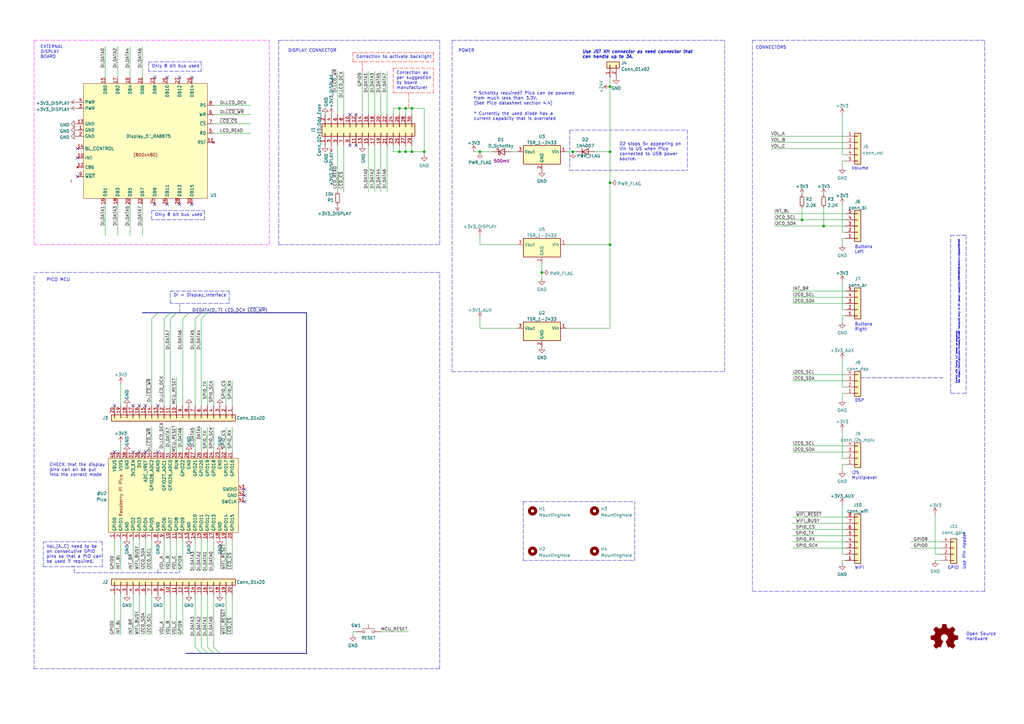
<source format=kicad_sch>
(kicad_sch (version 20211123) (generator eeschema)
  (paper "A3")
  (title_block (title "Modular-Amplifier - Controller"))
  (junction (at 196.85 62.23))
  (junction (at 168.91 62.23))
  (junction (at 166.37 62.23))
  (junction (at 250.19 62.23))
  (junction (at 166.37 44.45))
  (junction (at 328.93 90.17))
  (junction (at 250.19 74.93))
  (junction (at 163.83 44.45))
  (junction (at 234.95 62.23))
  (junction (at 250.19 100.33))
  (junction (at 337.82 92.71))
  (junction (at 163.83 62.23))
  (junction (at 168.91 44.45))
  (junction (at 222.25 111.76))
  (junction (at 250.19 35.56))
  (junction (at 173.99 62.23))
  (no_connect (at 31.75 64.77))
  (no_connect (at 31.75 60.96))
  (no_connect (at 31.75 72.39))
  (no_connect (at 64.77 185.42))
  (no_connect (at 63.5 83.82))
  (no_connect (at 68.58 83.82))
  (no_connect (at 73.66 83.82))
  (no_connect (at 78.74 83.82))
  (no_connect (at 146.05 46.99))
  (no_connect (at 73.66 31.75))
  (no_connect (at 68.58 31.75))
  (no_connect (at 63.5 31.75))
  (no_connect (at 78.74 31.75))
  (no_connect (at 100.33 200.66))
  (no_connect (at 100.33 203.2))
  (no_connect (at 100.33 205.74))
  (no_connect (at 143.51 46.99))
  (no_connect (at 64.77 166.37))
  (no_connect (at 59.69 166.37))
  (no_connect (at 57.15 166.37))
  (no_connect (at 54.61 166.37))
  (no_connect (at 46.99 166.37))
  (no_connect (at 59.69 185.42))
  (no_connect (at 46.99 185.42))
  (no_connect (at 57.15 185.42))
  (no_connect (at 143.51 59.69))
  (no_connect (at 54.61 185.42))
  (no_connect (at 146.05 59.69))
  (bus_entry (at 77.47 128.27) (size -2.54 2.54))
  (bus_entry (at 67.31 130.81) (size 2.54 -2.54))
  (bus_entry (at 62.23 130.81) (size 2.54 -2.54))
  (bus_entry (at 85.09 128.27) (size -2.54 2.54))
  (bus_entry (at 82.55 128.27) (size -2.54 2.54))
  (bus_entry (at 72.39 128.27) (size -2.54 2.54))
  (bus_entry (at 80.01 265.43) (size 2.54 2.54))
  (bus_entry (at 85.09 265.43) (size 2.54 2.54))
  (bus_entry (at 82.55 265.43) (size 2.54 2.54))
  (bus_entry (at 87.63 265.43) (size 2.54 2.54))
  (polyline (pts (xy 30.48 234.95) (xy 30.48 232.41)))
  (wire (pts (xy 69.85 220.98) (xy 69.85 233.68)))
  (wire (pts (xy 345.44 66.04) (xy 345.44 68.58)))
  (polyline (pts (xy 308.61 16.51) (xy 308.61 16.51)))
  (polyline (pts (xy 69.85 119.38) (xy 93.98 119.38)))
  (polyline (pts (xy 214.63 229.87) (xy 260.35 229.87)))
  (wire (pts (xy 243.84 62.23) (xy 250.19 62.23)))
  (wire (pts (xy 222.25 111.76) (xy 222.25 114.3)))
  (wire (pts (xy 82.55 243.84) (xy 82.55 265.43)))
  (polyline (pts (xy 13.97 16.51) (xy 13.97 100.33)) (stroke (width 0) (color 255 0 255 1)))
  (wire (pts (xy 346.71 227.33) (xy 345.44 227.33)))
  (wire (pts (xy 168.91 44.45) (xy 168.91 46.99)))
  (wire (pts (xy 82.55 130.81) (xy 82.55 166.37)))
  (wire (pts (xy 345.44 190.5) (xy 345.44 193.04)))
  (wire (pts (xy 325.12 214.63) (xy 346.71 214.63)))
  (wire (pts (xy 46.99 243.84) (xy 46.99 260.35)))
  (wire (pts (xy 156.21 46.99) (xy 156.21 29.21)))
  (bus (pts (xy 87.63 267.97) (xy 90.17 267.97)))
  (wire (pts (xy 194.31 62.23) (xy 196.85 62.23)))
  (wire (pts (xy 345.44 229.87) (xy 346.71 229.87)))
  (wire (pts (xy 209.55 62.23) (xy 212.09 62.23)))
  (wire (pts (xy 161.29 59.69) (xy 161.29 62.23)))
  (polyline (pts (xy 17.78 232.41) (xy 17.78 222.25)))
  (wire (pts (xy 67.31 243.84) (xy 67.31 260.35)))
  (wire (pts (xy 328.93 90.17) (xy 346.71 90.17)))
  (polyline (pts (xy 297.18 152.4) (xy 297.18 16.51)))
  (wire (pts (xy 87.63 54.61) (xy 102.87 54.61)))
  (polyline (pts (xy 167.64 38.1) (xy 167.64 44.45)) (stroke (width 0) (color 255 0 0 1)))
  (bus (pts (xy 76.2 267.97) (xy 82.55 267.97)))
  (polyline (pts (xy 62.23 86.36) (xy 83.82 86.36)))
  (polyline (pts (xy 13.97 274.32) (xy 180.34 274.32)))
  (wire (pts (xy 345.44 97.79) (xy 345.44 100.33)))
  (wire (pts (xy 345.44 161.29) (xy 345.44 163.83)))
  (wire (pts (xy 92.71 175.26) (xy 92.71 185.42)))
  (wire (pts (xy 345.44 207.01) (xy 345.44 227.33)))
  (wire (pts (xy 49.53 220.98) (xy 49.53 233.68)))
  (wire (pts (xy 234.95 62.23) (xy 236.22 62.23)))
  (wire (pts (xy 80.01 220.98) (xy 80.01 233.68)))
  (polyline (pts (xy 114.3 16.51) (xy 114.3 100.33)))
  (wire (pts (xy 48.26 19.05) (xy 48.26 31.75)))
  (wire (pts (xy 346.71 161.29) (xy 345.44 161.29)))
  (wire (pts (xy 168.91 44.45) (xy 173.99 44.45)))
  (polyline (pts (xy 148.59 25.4) (xy 148.59 29.21)) (stroke (width 0) (color 255 0 0 1)))
  (wire (pts (xy 158.75 46.99) (xy 158.75 29.21)))
  (polyline (pts (xy 13.97 113.03) (xy 13.97 274.32)))
  (wire (pts (xy 168.91 62.23) (xy 173.99 62.23)))
  (wire (pts (xy 346.71 129.54) (xy 345.44 129.54)))
  (polyline (pts (xy 73.66 233.68) (xy 73.66 234.95)))
  (wire (pts (xy 316.23 58.42) (xy 346.71 58.42)))
  (wire (pts (xy 196.85 130.81) (xy 196.85 134.62)))
  (polyline (pts (xy 82.55 29.21) (xy 60.96 29.21)))
  (polyline (pts (xy 389.89 96.52) (xy 389.89 96.52)))
  (polyline (pts (xy 114.3 16.51) (xy 180.34 16.51)))
  (wire (pts (xy 87.63 43.18) (xy 102.87 43.18)))
  (wire (pts (xy 69.85 175.26) (xy 69.85 185.42)))
  (polyline (pts (xy 82.55 25.4) (xy 82.55 29.21)))
  (bus (pts (xy 90.17 267.97) (xy 125.73 267.97)))
  (wire (pts (xy 82.55 220.98) (xy 82.55 233.68)))
  (wire (pts (xy 72.39 243.84) (xy 72.39 260.35)))
  (wire (pts (xy 87.63 220.98) (xy 87.63 233.68)))
  (wire (pts (xy 222.25 107.95) (xy 222.25 111.76)))
  (bus (pts (xy 82.55 128.27) (xy 85.09 128.27)))
  (wire (pts (xy 49.53 243.84) (xy 49.53 260.35)))
  (polyline (pts (xy 396.24 96.52) (xy 396.24 161.29)))
  (wire (pts (xy 346.71 63.5) (xy 345.44 63.5)))
  (wire (pts (xy 151.13 46.99) (xy 151.13 29.21)))
  (wire (pts (xy 337.82 92.71) (xy 346.71 92.71)))
  (wire (pts (xy 325.12 153.67) (xy 346.71 153.67)))
  (polyline (pts (xy 13.97 16.51) (xy 110.49 16.51)) (stroke (width 0) (color 255 0 255 1)))
  (wire (pts (xy 196.85 96.52) (xy 196.85 100.33)))
  (polyline (pts (xy 144.78 25.4) (xy 177.8 25.4)) (stroke (width 0) (color 255 0 0 1)))
  (polyline (pts (xy 185.42 152.4) (xy 297.18 152.4)))
  (bus (pts (xy 64.77 128.27) (xy 69.85 128.27)))
  (polyline (pts (xy 185.42 16.51) (xy 297.18 16.51)))
  (polyline (pts (xy 161.29 27.94) (xy 177.8 27.94)) (stroke (width 0) (color 255 0 0 1)))
  (wire (pts (xy 146.05 259.08) (xy 144.78 259.08)))
  (polyline (pts (xy 64.77 234.95) (xy 30.48 234.95)))
  (wire (pts (xy 58.42 19.1065) (xy 58.42 31.75)))
  (wire (pts (xy 328.93 85.09) (xy 328.93 90.17)))
  (wire (pts (xy 345.44 63.5) (xy 345.44 46.99)))
  (polyline (pts (xy 177.8 25.4) (xy 177.8 21.59)) (stroke (width 0) (color 255 0 0 1)))
  (wire (pts (xy 345.44 229.87) (xy 345.44 231.14)))
  (polyline (pts (xy 233.68 69.85) (xy 281.94 69.85)))
  (polyline (pts (xy 62.23 86.36) (xy 62.23 90.17)))
  (polyline (pts (xy 13.97 111.76) (xy 180.34 111.76)))
  (wire (pts (xy 250.19 35.56) (xy 250.19 62.23)))
  (wire (pts (xy 161.29 46.99) (xy 161.29 44.45)))
  (bus (pts (xy 125.73 128.27) (xy 125.73 267.97)))
  (polyline (pts (xy 41.91 222.25) (xy 41.91 232.41)))
  (wire (pts (xy 337.82 85.09) (xy 337.82 92.71)))
  (wire (pts (xy 325.12 224.79) (xy 346.71 224.79)))
  (polyline (pts (xy 180.34 100.33) (xy 180.34 16.51)))
  (wire (pts (xy 346.71 158.75) (xy 345.44 158.75)))
  (wire (pts (xy 317.5 90.17) (xy 328.93 90.17)))
  (wire (pts (xy 345.44 158.75) (xy 345.44 147.32)))
  (wire (pts (xy 345.44 187.96) (xy 345.44 176.53)))
  (wire (pts (xy 373.38 222.25) (xy 386.08 222.25)))
  (wire (pts (xy 250.19 100.33) (xy 250.19 134.62)))
  (wire (pts (xy 67.31 175.26) (xy 67.31 185.42)))
  (wire (pts (xy 250.19 31.75) (xy 250.19 35.56)))
  (wire (pts (xy 317.5 92.71) (xy 337.82 92.71)))
  (wire (pts (xy 166.37 62.23) (xy 168.91 62.23)))
  (wire (pts (xy 80.01 175.26) (xy 80.01 185.42)))
  (wire (pts (xy 325.12 182.88) (xy 346.71 182.88)))
  (polyline (pts (xy 144.78 21.59) (xy 177.8 21.59)) (stroke (width 0) (color 255 0 0 1)))
  (wire (pts (xy 250.19 134.62) (xy 232.41 134.62)))
  (wire (pts (xy 140.97 78.74) (xy 140.97 59.69)))
  (wire (pts (xy 46.99 220.98) (xy 46.99 233.68)))
  (wire (pts (xy 250.19 74.93) (xy 250.19 100.33)))
  (wire (pts (xy 87.63 156.21) (xy 87.63 166.37)))
  (polyline (pts (xy 114.3 100.33) (xy 180.34 100.33)))
  (wire (pts (xy 232.41 62.23) (xy 234.95 62.23)))
  (bus (pts (xy 58.42 128.27) (xy 64.77 128.27)))
  (wire (pts (xy 163.83 44.45) (xy 163.83 46.99)))
  (polyline (pts (xy 93.98 119.38) (xy 93.98 124.46)))
  (wire (pts (xy 166.37 44.45) (xy 168.91 44.45)))
  (wire (pts (xy 144.78 259.08) (xy 144.78 260.35)))
  (polyline (pts (xy 389.89 96.52) (xy 396.24 96.52)))
  (polyline (pts (xy 233.68 53.34) (xy 281.94 53.34)))
  (wire (pts (xy 138.43 78.74) (xy 138.43 59.69)))
  (wire (pts (xy 85.09 175.26) (xy 85.09 185.42)))
  (wire (pts (xy 69.85 243.84) (xy 69.85 260.35)))
  (wire (pts (xy 92.71 243.84) (xy 92.71 260.35)))
  (bus (pts (xy 72.39 128.27) (xy 77.47 128.27)))
  (wire (pts (xy 383.54 227.33) (xy 386.08 227.33)))
  (wire (pts (xy 72.39 175.26) (xy 72.39 185.42)))
  (polyline (pts (xy 185.42 16.51) (xy 185.42 152.4)))
  (polyline (pts (xy 64.77 233.68) (xy 64.77 234.95)))
  (wire (pts (xy 161.29 62.23) (xy 163.83 62.23)))
  (wire (pts (xy 346.71 127) (xy 345.44 127)))
  (wire (pts (xy 85.09 156.21) (xy 85.09 166.37)))
  (wire (pts (xy 383.54 210.82) (xy 383.54 227.33)))
  (wire (pts (xy 173.99 44.45) (xy 173.99 62.23)))
  (wire (pts (xy 49.53 181.61) (xy 49.53 185.42)))
  (wire (pts (xy 317.5 87.63) (xy 346.71 87.63)))
  (polyline (pts (xy 177.8 38.1) (xy 177.8 27.94)) (stroke (width 0) (color 255 0 0 1)))
  (polyline (pts (xy 144.78 21.59) (xy 144.78 25.4)) (stroke (width 0) (color 255 0 0 1)))
  (polyline (pts (xy 73.66 128.27) (xy 73.66 124.46)))
  (wire (pts (xy 173.99 62.23) (xy 173.99 63.5)))
  (wire (pts (xy 153.67 46.99) (xy 153.67 29.21)))
  (wire (pts (xy 72.39 220.98) (xy 72.39 233.68)))
  (wire (pts (xy 95.25 175.26) (xy 95.25 185.42)))
  (polyline (pts (xy 353.06 154.94) (xy 387.35 154.94)))
  (wire (pts (xy 345.44 129.54) (xy 345.44 132.08)))
  (polyline (pts (xy 83.82 86.36) (xy 83.82 90.17)))
  (wire (pts (xy 196.85 62.23) (xy 201.93 62.23)))
  (wire (pts (xy 140.97 46.99) (xy 140.97 29.21)))
  (polyline (pts (xy 308.61 16.51) (xy 308.61 242.57)))
  (polyline (pts (xy 403.86 16.51) (xy 308.61 16.51)))
  (wire (pts (xy 325.12 217.17) (xy 346.71 217.17)))
  (wire (pts (xy 53.34 83.82) (xy 53.34 96.52)))
  (polyline (pts (xy 180.34 274.32) (xy 180.34 111.76)))
  (wire (pts (xy 168.91 59.69) (xy 168.91 62.23)))
  (wire (pts (xy 163.83 44.45) (xy 166.37 44.45)))
  (wire (pts (xy 346.71 95.25) (xy 345.44 95.25)))
  (wire (pts (xy 85.09 220.98) (xy 85.09 233.68)))
  (wire (pts (xy 138.43 46.99) (xy 138.43 29.21)))
  (wire (pts (xy 95.25 243.84) (xy 95.25 260.35)))
  (wire (pts (xy 43.18 19.05) (xy 43.18 31.75)))
  (wire (pts (xy 62.23 175.26) (xy 62.23 185.42)))
  (wire (pts (xy 62.23 130.81) (xy 62.23 166.37)))
  (polyline (pts (xy 67.31 100.33) (xy 67.31 100.33)) (stroke (width 0) (color 255 0 255 1)))
  (wire (pts (xy 74.93 243.84) (xy 74.93 260.35)))
  (wire (pts (xy 57.15 220.98) (xy 57.15 233.68)))
  (wire (pts (xy 148.59 29.21) (xy 148.59 46.99)))
  (polyline (pts (xy 161.29 38.1) (xy 177.8 38.1)) (stroke (width 0) (color 255 0 0 1)))
  (wire (pts (xy 67.31 220.98) (xy 67.31 233.68)))
  (polyline (pts (xy 17.78 222.25) (xy 41.91 222.25)))
  (wire (pts (xy 72.39 154.94) (xy 72.39 166.37)))
  (polyline (pts (xy 60.96 25.4) (xy 82.55 25.4)))
  (wire (pts (xy 163.83 62.23) (xy 166.37 62.23)))
  (wire (pts (xy 346.71 190.5) (xy 345.44 190.5)))
  (wire (pts (xy 346.71 187.96) (xy 345.44 187.96)))
  (wire (pts (xy 196.85 134.62) (xy 212.09 134.62)))
  (polyline (pts (xy 13.97 100.33) (xy 67.31 100.33)) (stroke (width 0) (color 255 0 255 1)))
  (polyline (pts (xy 389.89 161.29) (xy 389.89 96.52)))
  (wire (pts (xy 166.37 59.69) (xy 166.37 62.23)))
  (wire (pts (xy 53.34 19.05) (xy 53.34 31.75)))
  (wire (pts (xy 62.23 220.98) (xy 62.23 233.68)))
  (wire (pts (xy 151.13 78.74) (xy 151.13 59.69)))
  (polyline (pts (xy 214.63 205.74) (xy 214.63 229.87)))
  (wire (pts (xy 383.54 229.87) (xy 386.08 229.87)))
  (wire (pts (xy 316.23 55.88) (xy 346.71 55.88)))
  (polyline (pts (xy 29.21 73.66) (xy 29.21 74.93)))
  (wire (pts (xy 80.01 130.81) (xy 80.01 166.37)))
  (wire (pts (xy 325.12 222.25) (xy 346.71 222.25)))
  (wire (pts (xy 59.69 243.84) (xy 59.69 260.35)))
  (wire (pts (xy 87.63 175.26) (xy 87.63 185.42)))
  (wire (pts (xy 153.67 78.74) (xy 153.67 59.69)))
  (wire (pts (xy 325.12 119.38) (xy 346.71 119.38)))
  (wire (pts (xy 74.93 175.26) (xy 74.93 185.42)))
  (wire (pts (xy 95.25 220.98) (xy 95.25 233.68)))
  (wire (pts (xy 92.71 220.98) (xy 92.71 233.68)))
  (wire (pts (xy 158.75 78.74) (xy 158.75 59.69)))
  (bus (pts (xy 85.09 128.27) (xy 125.73 128.27)))
  (wire (pts (xy 58.42 83.82) (xy 58.42 96.52)))
  (wire (pts (xy 345.44 127) (xy 345.44 115.57)))
  (wire (pts (xy 74.93 130.81) (xy 74.93 166.37)))
  (wire (pts (xy 49.53 157.48) (xy 49.53 166.37)))
  (polyline (pts (xy 396.24 161.29) (xy 389.89 161.29)))
  (wire (pts (xy 316.23 60.96) (xy 346.71 60.96)))
  (wire (pts (xy 346.71 66.04) (xy 345.44 66.04)))
  (polyline (pts (xy 308.61 242.57) (xy 403.86 242.57)))
  (polyline (pts (xy 17.78 232.41) (xy 30.48 232.41)))
  (wire (pts (xy 325.12 185.42) (xy 346.71 185.42)))
  (wire (pts (xy 69.85 130.81) (xy 69.85 166.37)))
  (polyline (pts (xy 83.82 90.17) (xy 62.23 90.17)))
  (wire (pts (xy 196.85 100.33) (xy 212.09 100.33)))
  (polyline (pts (xy 110.49 100.33) (xy 110.49 16.51)) (stroke (width 0) (color 255 0 255 1)))
  (wire (pts (xy 82.55 175.26) (xy 82.55 185.42)))
  (polyline (pts (xy 93.98 124.46) (xy 69.85 124.46)))
  (wire (pts (xy 48.26 83.82) (xy 48.26 96.52)))
  (wire (pts (xy 346.71 97.79) (xy 345.44 97.79)))
  (bus (pts (xy 85.09 267.97) (xy 87.63 267.97)))
  (polyline (pts (xy 67.31 100.33) (xy 110.49 100.33)) (stroke (width 0) (color 255 0 255 1)))
  (polyline (pts (xy 233.68 53.34) (xy 233.68 69.85)))
  (wire (pts (xy 67.31 130.81) (xy 67.31 166.37)))
  (polyline (pts (xy 29.21 232.41) (xy 41.91 232.41)))
  (polyline (pts (xy 69.85 124.46) (xy 69.85 119.38)))
  (polyline (pts (xy 64.77 234.95) (xy 73.66 234.95)))
  (wire (pts (xy 80.01 243.84) (xy 80.01 265.43)))
  (wire (pts (xy 59.69 220.98) (xy 59.69 233.68)))
  (wire (pts (xy 87.63 243.84) (xy 87.63 265.43)))
  (wire (pts (xy 57.15 243.84) (xy 57.15 260.35)))
  (wire (pts (xy 74.93 220.98) (xy 74.93 233.68)))
  (wire (pts (xy 43.18 83.82) (xy 43.18 96.52)))
  (wire (pts (xy 95.25 156.21) (xy 95.25 166.37)))
  (polyline (pts (xy 403.86 242.57) (xy 403.86 16.51)))
  (wire (pts (xy 156.21 259.08) (xy 167.64 259.08)))
  (wire (pts (xy 87.63 46.99) (xy 102.87 46.99)))
  (wire (pts (xy 92.71 156.21) (xy 92.71 166.37)))
  (wire (pts (xy 54.61 220.98) (xy 54.61 233.68)))
  (wire (pts (xy 325.12 124.46) (xy 346.71 124.46)))
  (wire (pts (xy 166.37 44.45) (xy 166.37 46.99)))
  (bus (pts (xy 69.85 128.27) (xy 72.39 128.27)))
  (wire (pts (xy 163.83 59.69) (xy 163.83 62.23)))
  (polyline (pts (xy 214.63 205.74) (xy 260.35 205.74)))
  (wire (pts (xy 54.61 243.84) (xy 54.61 260.35)))
  (polyline (pts (xy 281.94 53.34) (xy 281.94 69.85)))
  (polyline (pts (xy 260.35 229.87) (xy 260.35 205.74)))
  (wire (pts (xy 85.09 243.84) (xy 85.09 265.43)))
  (wire (pts (xy 161.29 44.45) (xy 163.83 44.45)))
  (bus (pts (xy 77.47 128.27) (xy 82.55 128.27)))
  (wire (pts (xy 325.12 219.71) (xy 346.71 219.71)))
  (wire (pts (xy 325.12 156.21) (xy 346.71 156.21)))
  (bus (pts (xy 82.55 267.97) (xy 85.09 267.97)))
  (wire (pts (xy 232.41 100.33) (xy 250.19 100.33)))
  (wire (pts (xy 87.63 50.8) (xy 102.87 50.8)))
  (wire (pts (xy 325.12 212.09) (xy 346.71 212.09)))
  (wire (pts (xy 345.44 95.25) (xy 345.44 83.82)))
  (wire (pts (xy 325.12 121.92) (xy 346.71 121.92)))
  (wire (pts (xy 250.19 62.23) (xy 250.19 74.93)))
  (wire (pts (xy 373.38 224.79) (xy 386.08 224.79)))
  (wire (pts (xy 62.23 243.84) (xy 62.23 260.35)))
  (polyline (pts (xy 60.96 25.4) (xy 60.96 29.21)))
  (wire (pts (xy 156.21 78.74) (xy 156.21 59.69)))
  (polyline (pts (xy 161.29 27.94) (xy 161.29 38.1)) (stroke (width 0) (color 255 0 0 1)))
  (text "CONNECTORS" (at 309.88 20.32 0) (effects (font (size 1.27 1.27)) (justify left bottom)))
  (text "Volume" (at 349.25 69.85 0) (effects (font (size 1.27 1.27)) (justify left bottom)))
  (text "GPIO\n" (at 388.62 233.68 0) (effects (font (size 1.27 1.27)) (justify left bottom)))
  (text "Open Source\nHardware" (at 396.24 262.89 0) (effects (font (size 1.27 1.27)) (justify left bottom)))
  (text "Correction as \nper suggestion \nby board \nmanufacturer" (at 162.56 36.83 0) (effects (font (size 1.27 1.27)) (justify left bottom)))
  (text "WIFI\n" (at 350.52 233.68 0) (effects (font (size 1.27 1.27)) (justify left bottom)))
  (text "Use Pin Header\n" (at 396.24 233.68 90) (effects (font (size 1.27 1.27) italic) (justify left bottom)))
  (text "DI = Display_Interface" (at 71.12 121.92 0) (effects (font (size 1.27 1.27)) (justify left bottom)))
  (text "Buttons \nRight\n" (at 350.52 135.89 0) (effects (font (size 1.27 1.27)) (justify left bottom)))
  (text "Only 8 bit bus used" (at 63.5 88.9 0) (effects (font (size 1.27 1.27)) (justify left bottom)))
  (text "Correction to activate backlight" (at 146.05 24.13 0) (effects (font (size 1.27 1.27)) (justify left bottom)))
  (text "EXTERNAL \nDISPLAY \nBOARD" (at 16.51 24.13 0) (effects (font (size 1.27 1.27)) (justify left bottom)))
  (text "CHECK that the display \npins can all be put \ninto the correct mode" (at 20.32 195.58 0) (effects (font (size 1.27 1.27)) (justify left bottom)))
  (text "* Schottky required? Pico can be powered \nfrom much less than 3.3V.\n(See Pico datasheet section 4.4)" (at 194.31 43.18 0) (effects (font (size 1.27 1.27)) (justify left bottom)))
  (text "Only 8 bit bus used" (at 62.23 27.94 0) (effects (font (size 1.27 1.27)) (justify left bottom)))
  (text "I2S \nMultiplexer\n" (at 349.25 196.85 0) (effects (font (size 1.27 1.27)) (justify left bottom)))
  (text "* Currently the used diode has a \ncurrent capablity that is overrated" (at 194.31 49.53 0) (effects (font (size 1.27 1.27)) (justify left bottom)))
  (text "PICO MCU\n" (at 19.05 115.57 0) (effects (font (size 1.27 1.27)) (justify left bottom)))
  (text "POWER\n" (at 187.96 21.59 0) (effects (font (size 1.27 1.27)) (justify left bottom)))
  (text "Vol_[A..C] need to be \non consecutive GPIO \npins so that a PIO can \nbe used if required.  " (at 19.05 231.14 0) (effects (font (size 1.27 1.27)) (justify left bottom)))
  (text "Buttons \nLeft" (at 350.52 104.14 0) (effects (font (size 1.27 1.27)) (justify left bottom)))
  (text "DSP\n" (at 350.52 165.1 0) (effects (font (size 1.27 1.27)) (justify left bottom)))
  (text "DISPLAY CONNECTOR\n" (at 118.11 21.59 0) (effects (font (size 1.27 1.27)) (justify left bottom)))
  (text "Careful with Teensy 4.1 power up sequence.\nSee https://forum.pjrc.com/threads/64468-Teensy40-only-3-3V-power-supply?p=259469%26viewfull=1#post259469" (at 393.7 157.48 90) (effects (font (size 0.64 0.64)) (justify left bottom)))
  (text "D2 stops 5v appearing on \nVin to U5 when Pico \nconnected to USB power \nsource." (at 254 66.04 0) (effects (font (size 1.27 1.27)) (justify left bottom)))
  (text "Use JST XH connector as need connector that \ncan handle up to 3A." (at 238.76 24.13 0) (effects (font (size 1.27 1.27) (thickness 0.254) bold italic) (justify left bottom)))
  (label "DI.DATA0" (at 43.18 27.94 90))
  (label "VOL_B" (at 69.85 233.68 90))
  (label "I2C0_SCL" (at 317.5 90.17 0))
  (label "DI.DATA2" (at 82.55 226.06 270))
  (label "DI.LCD_DCX" (at 140.97 29.21 270))
  (label "GPIO0" (at 46.99 260.35 90))
  (label "SPI0_CS" (at 92.71 184.15 90))
  (label "DI.DATA2" (at 153.67 77.47 90))
  (label "DI.DATA4" (at 156.21 77.47 90))
  (label "~{LCD_CS}" (at 90.17 50.8 0))
  (label "DI.DATA3" (at 80.01 226.06 270))
  (label "~{WIFI_RESET}" (at 326.39 212.09 0))
  (label "DI.~{LCD_WR}" (at 90.17 46.99 0))
  (label "SPI0_RX" (at 95.25 163.83 90))
  (label "I2C0_SDA" (at 59.69 233.68 90))
  (label "VOL_C" (at 72.39 260.35 90))
  (label "DI.DATA6" (at 58.42 27.94 90))
  (label "DI.DATA7" (at 69.85 143.51 90))
  (label "DI.DATA1" (at 43.18 92.71 90))
  (label "GPIO9" (at 74.93 260.35 90))
  (label "SPI0_RX" (at 326.39 222.25 0))
  (label "DI.DATA1" (at 151.13 38.1 90))
  (label "INT_BR" (at 325.12 119.38 0))
  (label "GPIO9" (at 74.93 233.68 90))
  (label "~{WIFI_RESET}" (at 92.71 260.35 90))
  (label "~{LCD_CS}" (at 95.25 260.35 90))
  (label "SPI0_SCK" (at 87.63 184.15 90))
  (label "DI.DATA5" (at 53.34 92.71 90))
  (label "I2C0_SDA" (at 59.69 260.35 90))
  (label "INT_BL" (at 49.53 233.68 90))
  (label "DI.DATA5" (at 156.21 38.1 90))
  (label "VOL_C" (at 72.39 233.68 90))
  (label "I2C0_SCL" (at 62.23 260.35 90))
  (label "VOL_B" (at 316.23 58.42 0))
  (label "INT_BL" (at 49.53 260.35 90))
  (label "DI.LCD_DCX" (at 90.17 43.18 0))
  (label "VOL_A" (at 316.23 55.88 0))
  (label "DI.~{LCD_WR}" (at 62.23 185.42 90))
  (label "I2C0_SCL" (at 62.23 233.68 90))
  (label "DI.DATA6" (at 74.93 175.26 270))
  (label "I2C0_SDA" (at 317.5 92.71 0))
  (label "DI.DATA3" (at 80.01 252.73 270))
  (label "DI.DATA3" (at 48.26 92.71 90))
  (label "INT_BL" (at 317.5 87.63 0))
  (label "DI.DATA5" (at 80.01 143.51 90))
  (label "WIFI_BUSY" (at 326.39 214.63 0))
  (label "DI.DATA2" (at 82.55 252.73 270))
  (label "LCD_READ" (at 90.17 54.61 0))
  (label "SPI0_CS" (at 92.71 163.83 90))
  (label "DI.DATA5" (at 80.01 175.26 270))
  (label "LCD_READ" (at 138.43 77.47 90))
  (label "WIFI_BUSY" (at 57.15 260.35 90))
  (label "WIFI_BUSY" (at 57.15 233.68 90))
  (label "DI.DATA6" (at 74.93 143.51 90))
  (label "SPI0_SCK" (at 87.63 165.1 90))
  (label "VOL_A" (at 67.31 233.68 90))
  (label "~{LCD_CS}" (at 140.97 77.47 90))
  (label "I2C0_SDA" (at 325.12 185.42 0))
  (label "DI.DATA7" (at 158.75 38.1 90))
  (label "I2C0_SDA" (at 325.12 124.46 0))
  (label "SPI0_RX" (at 95.25 184.15 90))
  (label "SPI0_TX" (at 85.09 156.21 270))
  (label "VOL_A" (at 67.31 260.35 90))
  (label "DI.DATA0" (at 151.13 77.47 90))
  (label "DI.DATA0" (at 87.63 252.73 270))
  (label "DI.DATA4" (at 53.34 27.94 90))
  (label "I2C0_SCL" (at 325.12 182.88 0))
  (label "INT_BR" (at 54.61 260.35 90))
  (label "MCU_RESET" (at 156.21 259.08 0))
  (label "MCU_RESET" (at 72.39 185.42 90))
  (label "DI.DATA1" (at 85.09 252.73 270))
  (label "I2C0_SCL" (at 325.12 153.67 0))
  (label "DI.DATA7" (at 69.85 175.26 270))
  (label "DI.LCD_DCX" (at 67.31 165.1 90))
  (label "I2C0_SCL" (at 325.12 121.92 0))
  (label "DATA4" (at 82.55 180.34 90))
  (label "I2C0_SDA" (at 325.12 156.21 0))
  (label "GPIO9" (at 374.65 222.25 0))
  (label "DI.DATA7" (at 58.42 92.71 90))
  (label "INT_BR" (at 54.61 233.68 90))
  (label "MCU_RESET" (at 72.39 154.94 270))
  (label "DI.~{LCD_WR}" (at 62.23 165.1 90))
  (label "GPIO0" (at 46.99 233.68 90))
  (label "DI.DATA1" (at 85.09 226.06 270))
  (label "DI{DATA[0..7] LCD_DCX ~{LCD_WR}}" (at 78.74 128.27 0))
  (label "VOL_B" (at 69.85 260.35 90))
  (label "DI.DATA4" (at 82.55 143.51 90))
  (label "DI.DATA0" (at 87.63 226.06 270))
  (label "DI.DATA6" (at 158.75 77.47 90))
  (label "GPIO0" (at 374.65 224.79 0))
  (label "DI.DATA2" (at 48.26 27.94 90))
  (label "VOL_C" (at 316.23 60.96 0))
  (label "DI.DATA3" (at 153.67 38.1 90))
  (label "SPI0_TX" (at 85.09 184.15 90))
  (label "DI.LCD_DCX" (at 67.31 184.15 90))
  (label "SPI0_CS" (at 326.39 217.17 0))
  (label "~{LCD_CS}" (at 95.25 233.68 90))
  (label "GPIO9" (at 148.59 35.56 90))
  (label "DI.~{LCD_WR}" (at 138.43 38.1 90))
  (label "~{WIFI_RESET}" (at 92.71 233.68 90))
  (label "SPI0_TX" (at 326.2744 219.71 0))
  (label "SPI0_SCK" (at 326.39 224.79 0))
  (symbol (lib_id "project:+3V3_AUX") (at 196.85 130.81 0) (unit 1)
    (property "Reference" "#PWR0120" (effects hide))
    (property "Value" "+3V3_AUX" (at 196.85 127.2342 0))
  )
  (symbol (lib_id "power:+3.3V") (at 49.53 181.61 0) (unit 1)
    (property "Reference" "#PWR0112" (effects hide))
    (property "Value" "+3.3V" (at 49.53 177.8 0))
  )
  (symbol (lib_id "MCU_RaspberryPi_and_Boards:Pico") (at 71.12 203.2 90) (unit 1)
    (property "Reference" "#U2" (at 43.815 202.3653 90) (effects (justify left)))
    (property "Value" "Pico" (at 43.815 204.9022 90) (effects (justify left)))
    (property "Footprint" "RPi_Pico:RPi_Pico_SMD_TH" (effects hide))
  )
  (symbol (lib_id "power:GND") (at 90.17 220.98 0) (unit 1)
    (property "Reference" "#PWR0118" (effects hide))
    (property "Value" "GND" (at 90.17 225.4234 90))
  )
  (symbol (lib_id "project:+3V3_DISPLAY") (at 135.89 59.69 180) (unit 1)
    (property "Reference" "#PWR0110" (effects hide))
    (property "Value" "+3V3_DISPLAY" (at 135.89 76.2 90) (effects (justify right)))
  )
  (symbol (lib_id "power:GND") (at 77.47 166.37 180) (unit 1)
    (property "Reference" "#PWR08" (effects hide))
    (property "Value" "GND" (effects hide))
  )
  (symbol (lib_id "Connector_Generic:Conn_01x08") (at 351.79 222.25 0) (mirror x) (unit 1)
    (property "Reference" "J10" (at 351.79 207.1202 0))
    (property "Value" "conn_wifi" (at 351.79 209.6571 0))
    (property "Footprint" "Connector_JST:JST_PH_B8B-PH-K_1x08_P2.00mm_Vertical" (effects hide))
  )
  (symbol (lib_id "Diode:1N4007") (at 240.03 62.23 0) (unit 1)
    (property "Reference" "D2" (at 240.03 57.2602 0))
    (property "Value" "1N4007" (at 240.03 59.7971 0))
    (property "Footprint" "Diode_THT:D_DO-41_SOD81_P10.16mm_Horizontal" (effects hide))
    (property "Datasheet" "http://www.vishay.com/docs/88503/1n4001.pdf" (effects hide))
  )
  (symbol (lib_id "Connector_Generic:Conn_01x02") (at 250.19 26.67 90) (unit 1)
    (property "Reference" "J4" (at 254.762 25.8353 90) (effects (justify right)))
    (property "Value" "Conn_01x02" (at 254.762 28.3722 90) (effects (justify right)))
    (property "Footprint" "Connector_JST:JST_XH_B2B-XH-A_1x02_P2.50mm_Vertical" (effects hide))
    (property "Datasheet" "https://www.conrad.de/de/p/jst-stiftleiste-standard-xh-polzahl-gesamt-4-rastermass-2-50-mm-800330-1-st-741206.html" (effects hide))
  )
  (symbol (lib_id "Device:R_Small") (at 138.43 81.28 180) (unit 1)
    (property "Reference" "R1" (at 136.9314 82.1147 0) (effects (justify left)))
    (property "Value" "10k" (at 136.9314 79.5778 0) (effects (justify left)))
    (property "Footprint" "Resistor_SMD:R_0805_2012Metric_Pad1.20x1.40mm_HandSolder" (effects hide))
  )
  (symbol (lib_id "power:+24V") (at 250.19 35.56 90) (unit 1)
    (property "Reference" "#PWR017" (effects hide))
    (property "Value" "+24V" (at 246.6142 35.56 0))
  )
  (symbol (lib_id "power:GND") (at 31.75 55.88 270) (unit 1)
    (property "Reference" "#PWR0107" (effects hide))
    (property "Value" "GND" (at 28.5751 56.3138 90) (effects (justify right)))
  )
  (symbol (lib_id "Device:R_Small") (at 337.82 82.55 0) (unit 1)
    (property "Reference" "R3" (at 339.3186 81.7153 0) (effects (justify left)))
    (property "Value" "2.2K" (at 339.3186 84.2522 0) (effects (justify left)))
    (property "Footprint" "Resistor_SMD:R_0805_2012Metric_Pad1.20x1.40mm_HandSolder" (effects hide))
  )
  (symbol (lib_id "power:+3.3V") (at 345.44 46.99 0) (unit 1)
    (property "Reference" "#PWR015" (effects hide))
    (property "Value" "+3.3V" (at 345.44 43.4142 0))
  )
  (symbol (lib_id "power:GND") (at 52.07 166.37 180) (unit 1)
    (property "Reference" "#PWR04" (effects hide))
    (property "Value" "GND" (at 52.07 163.83 90) (effects (justify right)))
  )
  (symbol (lib_id "project:+3V3_AUX") (at 345.44 207.01 0) (unit 1)
    (property "Reference" "#PWR030" (effects hide))
    (property "Value" "+3V3_AUX" (at 345.44 203.4342 0))
  )
  (symbol (lib_id "power:+3.3V") (at 337.82 80.01 0) (unit 1)
    (property "Reference" "#PWR0123" (effects hide))
    (property "Value" "+3.3V" (at 337.82 76.4342 0))
  )
  (symbol (lib_id "power:GND") (at 52.07 185.42 180) (unit 1)
    (property "Reference" "#PWR0113" (effects hide))
    (property "Value" "GND" (at 52.07 182.88 90) (effects (justify right)))
  )
  (symbol (lib_id "power:GND") (at 173.99 63.5 0) (unit 1)
    (property "Reference" "#PWR?" (effects hide))
    (property "Value" "GND" (at 173.99 67.9434 0))
  )
  (symbol (lib_id "power:GND") (at 383.54 229.87 0) (unit 1)
    (property "Reference" "#PWR033" (effects hide))
    (property "Value" "GND" (at 383.54 234.3134 0))
  )
  (symbol (lib_id "Connector_Generic:Conn_01x04") (at 391.16 227.33 0) (mirror x) (unit 1)
    (property "Reference" "J11" (at 391.16 215.9 0))
    (property "Value" "conn_gpio" (at 391.16 218.4369 0))
    (property "Footprint" "Connector_PinHeader_2.54mm:PinHeader_1x04_P2.54mm_Vertical" (effects hide))
  )
  (symbol (lib_id "power:GND") (at 133.35 46.99 180) (unit 1)
    (property "Reference" "#PWR0102" (effects hide))
    (property "Value" "GND" (at 133.7838 43.815 90) (effects (justify right)))
  )
  (symbol (lib_id "Connector_Generic:Conn_01x04") (at 351.79 158.75 0) (mirror x) (unit 1)
    (property "Reference" "J8" (at 351.79 148.7002 0))
    (property "Value" "conn_dsp" (at 351.79 151.2371 0))
    (property "Footprint" "Connector_JST:JST_PH_B4B-PH-K_1x04_P2.00mm_Vertical" (effects hide))
  )
  (symbol (lib_id "project:+3V3_DISPLAY") (at 138.43 83.82 180) (unit 1)
    (property "Reference" "#PWR014" (effects hide))
    (property "Value" "+3V3_DISPLAY" (at 137.16 87.63 0))
  )
  (symbol (lib_id "power:GND") (at 64.77 243.84 0) (unit 1)
    (property "Reference" "#PWR07" (effects hide))
    (property "Value" "GND" (at 64.77 248.2834 0))
  )
  (symbol (lib_id "project:+3V3_AUX") (at 345.44 147.32 0) (unit 1)
    (property "Reference" "#PWR029" (effects hide))
    (property "Value" "+3V3_AUX" (at 345.44 143.7442 0))
  )
  (symbol (lib_id "Device:R_Small") (at 328.93 82.55 0) (unit 1)
    (property "Reference" "R2" (at 330.4286 81.7153 0) (effects (justify left)))
    (property "Value" "2.2K" (at 330.4286 84.2522 0) (effects (justify left)))
    (property "Footprint" "Resistor_SMD:R_0805_2012Metric_Pad1.20x1.40mm_HandSolder" (effects hide))
  )
  (symbol (lib_id "Connector_Generic:Conn_01x04") (at 351.79 187.96 0) (mirror x) (unit 1)
    (property "Reference" "J9" (at 351.79 177.9102 0))
    (property "Value" "conn_i2s_mplx" (at 351.79 180.4471 0))
    (property "Footprint" "Connector_JST:JST_PH_B4B-PH-K_1x04_P2.00mm_Vertical" (effects hide))
  )
  (symbol (lib_id "power:GND") (at 64.77 220.98 0) (unit 1)
    (property "Reference" "#PWR0111" (effects hide))
    (property "Value" "GND" (at 64.77 225.4234 90))
  )
  (symbol (lib_id "power:GND") (at 90.17 166.37 180) (unit 1)
    (property "Reference" "#PWR010" (effects hide))
    (property "Value" "GND" (effects hide))
  )
  (symbol (lib_id "power:+3.3V") (at 345.44 83.82 0) (unit 1)
    (property "Reference" "#PWR019" (effects hide))
    (property "Value" "+3.3V" (at 345.44 80.2442 0))
  )
  (symbol (lib_id "power:+3.3V") (at 345.44 115.57 0) (unit 1)
    (property "Reference" "#PWR021" (effects hide))
    (property "Value" "+3.3V" (at 345.44 111.9942 0))
  )
  (symbol (lib_id "project:+3V3_DISPLAY") (at 196.85 96.52 0) (unit 1)
    (property "Reference" "#PWR0121" (effects hide))
    (property "Value" "+3V3_DISPLAY" (at 196.85 92.9442 0))
  )
  (symbol (lib_id "project:+3V3_DISPLAY") (at 135.89 46.99 0) (unit 1)
    (property "Reference" "#PWR0101" (effects hide))
    (property "Value" "+3V3_DISPLAY" (at 135.89 30.48 90) (effects (justify right)))
  )
  (symbol (lib_id "Connector_Generic:Conn_02x15_Odd_Even") (at 151.13 54.61 90) (unit 1)
    (property "Reference" "J1" (at 128.3802 53.34 0))
    (property "Value" "Conn_02x15_Odd_Even" (at 130.9171 53.34 0))
    (property "Footprint" "Connector_PinSocket_2.54mm:PinSocket_2x15_P2.54mm_Vertical" (effects hide))
  )
  (symbol (lib_id "power:PWR_FLAG") (at 250.19 74.93 270) (unit 1)
    (property "Reference" "#FLG0105" (effects hide))
    (property "Value" "PWR_FLAG" (at 253.365 75.3638 90) (effects (justify left)))
  )
  (symbol (lib_id "power:+3.3V") (at 383.54 210.82 0) (unit 1)
    (property "Reference" "#PWR0122" (effects hide))
    (property "Value" "+3.3V" (at 383.54 207.2442 0))
  )
  (symbol (lib_id "power:GND") (at 222.25 142.24 0) (unit 1)
    (property "Reference" "#PWR028" (effects hide))
    (property "Value" "GND" (at 222.25 146.6834 0))
  )
  (symbol (lib_id "Connector_Generic:Conn_01x20") (at 72.39 171.45 270) (unit 1)
    (property "Reference" "J3" (at 43.18 171.45 90))
    (property "Value" "Conn_01x20" (at 102.87 171.45 90))
    (property "Footprint" "Connector_PinSocket_2.54mm:PinSocket_1x20_P2.54mm_Vertical" (effects hide))
  )
  (symbol (lib_id "Mechanical:MountingHole") (at 243.84 226.06 0) (unit 1)
    (property "Reference" "H4" (at 246.38 225.2253 0) (effects (justify left)))
    (property "Value" "MountingHole" (at 246.38 227.7622 0) (effects (justify left)))
    (property "Footprint" "MountingHole:MountingHole_3.2mm_M3" (effects hide))
  )
  (symbol (lib_id "power:GND") (at 144.78 260.35 0) (unit 1)
    (property "Reference" "#PWR024" (effects hide))
    (property "Value" "GND" (at 144.78 264.7934 0))
  )
  (symbol (lib_id "power:GND") (at 77.47 243.84 0) (unit 1)
    (property "Reference" "#PWR09" (effects hide))
    (property "Value" "GND" (at 77.47 248.2834 0))
  )
  (symbol (lib_id "power:+3.3V") (at 194.31 62.23 0) (unit 1)
    (property "Reference" "#PWR01" (effects hide))
    (property "Value" "+3.3V" (at 194.31 58.6542 0))
  )
  (symbol (lib_id "power:PWR_FLAG") (at 234.95 62.23 180) (unit 1)
    (property "Reference" "#FLG0102" (effects hide))
    (property "Value" "PWR_FLAG" (at 236.601 63.9338 0) (effects (justify right)))
  )
  (symbol (lib_id "power:+3.3V") (at 345.44 176.53 0) (unit 1)
    (property "Reference" "#PWR026" (effects hide))
    (property "Value" "+3.3V" (at 345.44 172.9542 0))
  )
  (symbol (lib_id "power:GND") (at 222.25 114.3 0) (unit 1)
    (property "Reference" "#PWR016" (effects hide))
    (property "Value" "GND" (at 222.25 118.7434 0))
  )
  (symbol (lib_id "power:PWR_FLAG") (at 222.25 111.76 270) (unit 1)
    (property "Reference" "#FLG0101" (effects hide))
    (property "Value" "PWR_FLAG" (at 225.425 112.1938 90) (effects (justify left)))
  )
  (symbol (lib_id "power:GND") (at 52.07 243.84 0) (unit 1)
    (property "Reference" "#PWR05" (effects hide))
    (property "Value" "GND" (at 52.07 248.2834 0))
  )
  (symbol (lib_id "Connector_Generic:Conn_01x05") (at 351.79 60.96 0) (unit 1)
    (property "Reference" "J5" (at 353.822 60.1253 0) (effects (justify left)))
    (property "Value" "conn_vol" (at 353.822 62.6622 0) (effects (justify left)))
    (property "Footprint" "Connector_JST:JST_PH_B5B-PH-K_1x05_P2.00mm_Vertical" (effects hide))
  )
  (symbol (lib_id "Regulator_Switching:TSR_1-2433") (at 222.25 137.16 0) (mirror y) (unit 1)
    (property "Reference" "U2" (at 222.25 128.3802 0))
    (property "Value" "TSR_1-2433" (at 222.25 130.9171 0))
    (property "Footprint" "Converter_DCDC:Converter_DCDC_TRACO_TSR-1_THT" (effects hide))
    (property "Datasheet" "http://www.tracopower.com/products/tsr1.pdf" (effects hide))
  )
  (symbol (lib_id "Regulator_Switching:TSR_1-2433") (at 222.25 64.77 0) (mirror y) (unit 1)
    (property "Reference" "U3" (at 222.25 55.9902 0))
    (property "Value" "TSR_1-2433" (at 222.25 58.5271 0))
    (property "Footprint" "Converter_DCDC:Converter_DCDC_TRACO_TSR-1_THT" (effects hide))
    (property "Datasheet" "http://www.tracopower.com/products/tsr1.pdf" (effects hide))
  )
  (symbol (lib_id "power:PWR_FLAG") (at 196.85 62.23 180) (unit 1)
    (property "Reference" "#FLG01" (effects hide))
    (property "Value" "PWR_FLAG" (at 196.85 66.6734 0))
  )
  (symbol (lib_id "power:GND") (at 77.47 220.98 0) (unit 1)
    (property "Reference" "#PWR0116" (effects hide))
    (property "Value" "GND" (at 77.47 225.4234 90))
  )
  (symbol (lib_id "Device:D_Schottky") (at 205.74 62.23 0) (unit 1)
    (property "Reference" "D1" (at 205.4225 57.2602 0))
    (property "Value" "D_Schottky" (at 205.4225 59.7971 0))
    (property "Footprint" "Diode_THT:D_DO-15_P12.70mm_Horizontal" (effects hide))
    (property "Uf" "500mV" (at 205.74 66.04 0))
    (property "Source" "https://www.conrad.de/de/p/tru-components-schottky-diode-gleichrichter-tc-sb120-do-15-20-v-einzeln-1582122.html" (effects hide))
  )
  (symbol (lib_id "power:GND") (at 345.44 100.33 0) (unit 1)
    (property "Reference" "#PWR020" (effects hide))
    (property "Value" "GND" (at 345.44 104.7734 0))
  )
  (symbol (lib_id "Graphic:Logo_Open_Hardware_Small") (at 387.35 261.62 0) (unit 1)
    (property "Reference" "#LOGO1" (effects hide))
    (property "Value" "Logo_Open_Hardware_Small" (effects hide))
  )
  (symbol (lib_id "Mechanical:MountingHole") (at 218.44 226.06 0) (unit 1)
    (property "Reference" "H2" (at 220.98 225.2253 0) (effects (justify left)))
    (property "Value" "MountingHole" (at 220.98 227.7622 0) (effects (justify left)))
    (property "Footprint" "MountingHole:MountingHole_3.2mm_M3" (effects hide))
  )
  (symbol (lib_id "power:GND") (at 90.17 243.84 0) (unit 1)
    (property "Reference" "#PWR011" (effects hide))
    (property "Value" "GND" (at 90.17 248.2834 0))
  )
  (symbol (lib_id "project:+3V3_DISPLAY") (at 31.75 44.45 90) (unit 1)
    (property "Reference" "#PWR0104" (effects hide))
    (property "Value" "+3V3_DISPLAY" (at 28.5751 44.8838 90) (effects (justify left)))
  )
  (symbol (lib_id "power:GND") (at 31.75 50.8 270) (unit 1)
    (property "Reference" "#PWR0105" (effects hide))
    (property "Value" "GND" (at 28.5751 51.2338 90) (effects (justify right)))
  )
  (symbol (lib_id "power:GND") (at 222.25 69.85 0) (unit 1)
    (property "Reference" "#PWR06" (effects hide))
    (property "Value" "GND" (at 222.25 74.2934 0))
  )
  (symbol (lib_id "Mechanical:MountingHole") (at 243.84 209.55 0) (unit 1)
    (property "Reference" "H3" (at 246.38 208.7153 0) (effects (justify left)))
    (property "Value" "MountingHole" (at 246.38 211.2522 0) (effects (justify left)))
    (property "Footprint" "MountingHole:MountingHole_3.2mm_M3" (effects hide))
  )
  (symbol (lib_id "power:GND") (at 31.75 53.34 270) (unit 1)
    (property "Reference" "#PWR0106" (effects hide))
    (property "Value" "GND" (at 28.5751 53.7738 90) (effects (justify right)))
  )
  (symbol (lib_id "power:GND") (at 345.44 132.08 0) (unit 1)
    (property "Reference" "#PWR022" (effects hide))
    (property "Value" "GND" (at 345.44 136.5234 0))
  )
  (symbol (lib_id "project:+3V3_DISPLAY") (at 31.75 41.91 90) (unit 1)
    (property "Reference" "#PWR0103" (effects hide))
    (property "Value" "+3V3_DISPLAY" (at 28.5751 42.3438 90) (effects (justify left)))
  )
  (symbol (lib_id "power:GND") (at 90.17 185.42 180) (unit 1)
    (property "Reference" "#PWR0115" (effects hide))
    (property "Value" "GND" (at 90.17 182.88 90) (effects (justify right)))
  )
  (symbol (lib_id "power:GND") (at 345.44 163.83 0) (unit 1)
    (property "Reference" "#PWR025" (effects hide))
    (property "Value" "GND" (at 345.44 168.2734 0))
  )
  (symbol (lib_id "Connector_Generic:Conn_01x05") (at 351.79 92.71 0) (mirror x) (unit 1)
    (property "Reference" "J6" (at 351.79 82.6602 0))
    (property "Value" "conn_bl" (at 351.79 85.1971 0))
    (property "Footprint" "Connector_JST:JST_PH_B5B-PH-K_1x05_P2.00mm_Vertical" (effects hide))
  )
  (symbol (lib_id "Regulator_Switching:TSR_1-2433") (at 222.25 102.87 0) (mirror y) (unit 1)
    (property "Reference" "U5" (at 222.25 94.0902 0))
    (property "Value" "TSR_1-2433" (at 222.25 96.6271 0))
    (property "Footprint" "Converter_DCDC:Converter_DCDC_TRACO_TSR-1_THT" (effects hide))
    (property "Datasheet" "http://www.tracopower.com/products/tsr1.pdf" (effects hide))
  )
  (symbol (lib_id "Connector_Generic:Conn_01x05") (at 351.79 124.46 0) (mirror x) (unit 1)
    (property "Reference" "J7" (at 351.79 114.4102 0))
    (property "Value" "conn_br" (at 351.79 116.9471 0))
    (property "Footprint" "Connector_JST:JST_PH_B5B-PH-K_1x05_P2.00mm_Vertical" (effects hide))
  )
  (symbol (lib_id "power:GND") (at 52.07 220.98 0) (unit 1)
    (property "Reference" "#PWR0117" (effects hide))
    (property "Value" "GND" (at 52.07 225.4234 90))
  )
  (symbol (lib_id "power:GND") (at 345.44 68.58 0) (unit 1)
    (property "Reference" "#PWR018" (effects hide))
    (property "Value" "GND" (at 345.44 73.0234 0))
  )
  (symbol (lib_id "Mechanical:MountingHole") (at 218.44 209.55 0) (unit 1)
    (property "Reference" "H1" (at 220.98 208.7153 0) (effects (justify left)))
    (property "Value" "MountingHole" (at 220.98 211.2522 0) (effects (justify left)))
    (property "Footprint" "MountingHole:MountingHole_3.2mm_M3" (effects hide))
  )
  (symbol (lib_id "Connector_Generic:Conn_01x20") (at 69.85 238.76 90) (unit 1)
    (property "Reference" "J2" (at 43.18 238.76 90))
    (property "Value" "Conn_01x20" (at 102.87 238.76 90))
    (property "Footprint" "Connector_PinSocket_2.54mm:PinSocket_1x20_P2.54mm_Vertical" (effects hide))
  )
  (symbol (lib_id "Switch:SW_Push") (at 151.13 259.08 0) (unit 1)
    (property "Reference" "SW1" (at 146.05 256.54 0))
    (property "Value" "RESET" (at 151.13 261.62 0))
    (property "Footprint" "Button_Switch_THT:SW_PUSH_6mm_H4.3mm" (effects hide))
  )
  (symbol (lib_id "power:GND") (at 77.47 185.42 180) (unit 1)
    (property "Reference" "#PWR0114" (effects hide))
    (property "Value" "GND" (at 77.47 182.88 90) (effects (justify right)))
  )
  (symbol (lib_id "power:GND") (at 133.35 59.69 0) (unit 1)
    (property "Reference" "#PWR0109" (effects hide))
    (property "Value" "GND" (at 133.7838 62.8649 90) (effects (justify right)))
  )
  (symbol (lib_id "power:+3.3V") (at 328.93 80.01 0) (unit 1)
    (property "Reference" "#PWR0124" (effects hide))
    (property "Value" "+3.3V" (at 328.93 76.4342 0))
  )
  (symbol (lib_id "power:+3.3V") (at 49.53 157.48 0) (unit 1)
    (property "Reference" "#PWR03" (effects hide))
    (property "Value" "+3.3V" (at 49.53 153.67 0))
  )
  (symbol (lib_id "power:GND") (at 252.73 31.75 0) (unit 1)
    (property "Reference" "#PWR0119" (effects hide))
    (property "Value" "GND" (at 252.73 36.1934 0))
  )
  (symbol (lib_id "power:GND") (at 345.44 193.04 0) (unit 1)
    (property "Reference" "#PWR027" (effects hide))
    (property "Value" "GND" (at 345.44 197.4834 0))
  )
  (symbol (lib_id "power:GND") (at 148.59 59.69 0) (unit 1)
    (property "Reference" "#PWR0108" (effects hide))
    (property "Value" "GND" (at 149.0238 62.8649 90) (effects (justify right)))
  )
  (symbol (lib_id "power:GND") (at 345.44 231.14 0) (unit 1)
    (property "Reference" "#PWR031" (effects hide))
    (property "Value" "GND" (at 345.44 235.5834 0))
  )
  (symbol (lib_id "project:Display_5{dblquote}_RA8875") (at 60.96 55.88 0) (unit 1) (on_board no)
    (property "Reference" "U1" (at 87.63 80.01 0))
    (property "Value" "Display_5\"_RA8875" (at 60.96 55.88 0))
  )
)
</source>
